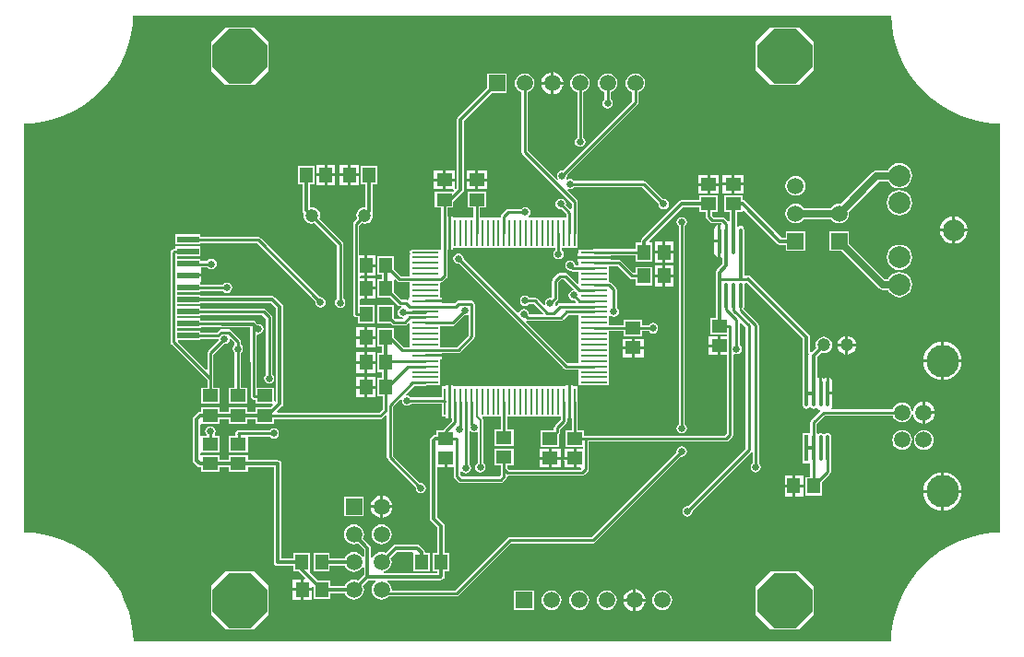
<source format=gtl>
G04 Layer_Physical_Order=1*
G04 Layer_Color=255*
%FSLAX23Y23*%
%MOIN*%
G70*
G01*
G75*
%ADD10R,0.047X0.055*%
%ADD11R,0.055X0.047*%
%ADD12O,0.014X0.098*%
%ADD13R,0.014X0.098*%
%ADD14R,0.008X0.098*%
%ADD15R,0.098X0.008*%
%ADD16O,0.098X0.008*%
%ADD17R,0.079X0.024*%
%ADD18C,0.010*%
%ADD19C,0.014*%
%ADD20C,0.020*%
%ADD21C,0.028*%
%ADD22C,0.008*%
%ADD23C,0.079*%
%ADD24C,0.059*%
%ADD25C,0.118*%
%ADD26P,0.213X8X202.5*%
%ADD27R,0.059X0.059*%
%ADD28R,0.059X0.059*%
%ADD29C,0.047*%
%ADD30C,0.025*%
G36*
X3143Y2244D02*
X3148Y2205D01*
X3158Y2167D01*
X3171Y2129D01*
X3188Y2094D01*
X3209Y2060D01*
X3232Y2028D01*
X3259Y1999D01*
X3288Y1972D01*
X3320Y1949D01*
X3354Y1928D01*
X3389Y1911D01*
X3426Y1898D01*
X3465Y1889D01*
X3504Y1883D01*
X3534Y1881D01*
Y403D01*
X3504Y401D01*
X3465Y395D01*
X3426Y386D01*
X3389Y372D01*
X3353Y356D01*
X3319Y335D01*
X3288Y312D01*
X3258Y285D01*
X3232Y256D01*
X3208Y224D01*
X3188Y190D01*
X3171Y154D01*
X3158Y117D01*
X3148Y79D01*
X3142Y40D01*
X3141Y9D01*
X403Y9D01*
X401Y40D01*
X395Y79D01*
X386Y117D01*
X372Y154D01*
X356Y190D01*
X335Y224D01*
X312Y256D01*
X285Y285D01*
X256Y312D01*
X224Y335D01*
X190Y356D01*
X154Y372D01*
X117Y386D01*
X79Y395D01*
X40Y401D01*
X9Y403D01*
X9Y1881D01*
X39Y1883D01*
X79Y1889D01*
X117Y1898D01*
X154Y1911D01*
X190Y1928D01*
X224Y1949D01*
X255Y1972D01*
X285Y1999D01*
X311Y2028D01*
X335Y2060D01*
X355Y2094D01*
X372Y2129D01*
X385Y2167D01*
X395Y2205D01*
X401Y2244D01*
X402Y2274D01*
X3141D01*
X3143Y2244D01*
D02*
G37*
%LPC*%
G36*
X1238Y967D02*
X1209D01*
Y934D01*
X1238D01*
Y967D01*
D02*
G37*
G36*
X1277D02*
X1248D01*
Y934D01*
X1277D01*
Y967D01*
D02*
G37*
G36*
Y924D02*
X1248D01*
Y892D01*
X1277D01*
Y924D01*
D02*
G37*
G36*
X2916Y964D02*
Y911D01*
X2929D01*
Y948D01*
X2927Y954D01*
X2924Y960D01*
X2918Y964D01*
X2916Y964D01*
D02*
G37*
G36*
X1238Y1013D02*
X1209D01*
Y980D01*
X1238D01*
Y1013D01*
D02*
G37*
G36*
X1277D02*
X1248D01*
Y980D01*
X1277D01*
Y1013D01*
D02*
G37*
G36*
X3322Y1019D02*
X3258D01*
X3259Y1010D01*
X3262Y997D01*
X3269Y985D01*
X3278Y975D01*
X3288Y966D01*
X3300Y960D01*
X3313Y956D01*
X3322Y955D01*
Y1019D01*
D02*
G37*
G36*
X3395D02*
X3332D01*
Y955D01*
X3340Y956D01*
X3353Y960D01*
X3365Y966D01*
X3376Y975D01*
X3384Y985D01*
X3391Y997D01*
X3395Y1010D01*
X3395Y1019D01*
D02*
G37*
G36*
X3259Y774D02*
X3250Y773D01*
X3241Y769D01*
X3234Y764D01*
X3228Y756D01*
X3225Y747D01*
X3223Y738D01*
X3225Y729D01*
X3228Y720D01*
X3234Y713D01*
X3241Y707D01*
X3250Y704D01*
X3259Y702D01*
X3269Y704D01*
X3277Y707D01*
X3285Y713D01*
X3290Y720D01*
X3294Y729D01*
X3295Y738D01*
X3294Y747D01*
X3290Y756D01*
X3285Y764D01*
X3277Y769D01*
X3269Y773D01*
X3259Y774D01*
D02*
G37*
G36*
X2384Y1544D02*
X2377Y1543D01*
X2371Y1539D01*
X2366Y1533D01*
X2365Y1526D01*
X2366Y1518D01*
X2371Y1512D01*
X2373Y1511D01*
Y794D01*
X2371Y793D01*
X2366Y787D01*
X2365Y780D01*
X2366Y772D01*
X2371Y766D01*
X2377Y762D01*
X2384Y761D01*
X2391Y762D01*
X2397Y766D01*
X2401Y772D01*
X2403Y780D01*
X2401Y787D01*
X2397Y793D01*
X2395Y794D01*
Y1511D01*
X2397Y1512D01*
X2401Y1518D01*
X2403Y1526D01*
X2401Y1533D01*
X2397Y1539D01*
X2391Y1543D01*
X2384Y1544D01*
D02*
G37*
G36*
X1993Y705D02*
X1960D01*
Y678D01*
X1959Y676D01*
X1993D01*
Y705D01*
D02*
G37*
G36*
X3181Y774D02*
X3171Y773D01*
X3163Y769D01*
X3155Y764D01*
X3149Y756D01*
X3146Y747D01*
X3145Y738D01*
X3146Y729D01*
X3149Y720D01*
X3155Y713D01*
X3163Y707D01*
X3171Y704D01*
X3181Y702D01*
X3190Y704D01*
X3198Y707D01*
X3206Y713D01*
X3212Y720D01*
X3215Y729D01*
X3216Y738D01*
X3215Y747D01*
X3212Y756D01*
X3206Y764D01*
X3198Y769D01*
X3190Y773D01*
X3181Y774D01*
D02*
G37*
G36*
X3264Y876D02*
Y842D01*
X3298D01*
X3298Y847D01*
X3294Y857D01*
X3287Y865D01*
X3279Y871D01*
X3270Y875D01*
X3264Y876D01*
D02*
G37*
G36*
X1238Y924D02*
X1209D01*
Y892D01*
X1238D01*
Y924D01*
D02*
G37*
G36*
X910Y780D02*
X903Y779D01*
X897Y775D01*
X896Y773D01*
X783D01*
X783Y773D01*
X781Y772D01*
X779Y772D01*
X779Y772D01*
X779Y772D01*
X777Y771D01*
X776Y770D01*
X776Y770D01*
X776Y769D01*
X776Y769D01*
X775Y768D01*
X772Y765D01*
X771Y760D01*
X772Y757D01*
X769Y752D01*
X749D01*
Y693D01*
X816D01*
Y750D01*
X896D01*
X897Y748D01*
X903Y744D01*
X910Y743D01*
X918Y744D01*
X924Y748D01*
X928Y754D01*
X929Y761D01*
X928Y769D01*
X924Y775D01*
X918Y779D01*
X910Y780D01*
D02*
G37*
G36*
X3298Y832D02*
X3264D01*
Y797D01*
X3270Y798D01*
X3279Y802D01*
X3287Y808D01*
X3294Y817D01*
X3298Y826D01*
X3298Y832D01*
D02*
G37*
G36*
X1277Y1104D02*
X1248D01*
Y1072D01*
X1277D01*
Y1104D01*
D02*
G37*
G36*
X2204Y1104D02*
X2171D01*
Y1076D01*
X2204D01*
Y1104D01*
D02*
G37*
G36*
X3014Y1076D02*
X2985D01*
Y1047D01*
X2989Y1048D01*
X2997Y1051D01*
X3004Y1057D01*
X3010Y1064D01*
X3013Y1072D01*
X3014Y1076D01*
D02*
G37*
G36*
X1238Y1104D02*
X1209D01*
Y1072D01*
X1238D01*
Y1104D01*
D02*
G37*
G36*
X2975Y1114D02*
X2972Y1113D01*
X2963Y1110D01*
X2956Y1105D01*
X2951Y1098D01*
X2948Y1089D01*
X2947Y1086D01*
X2975D01*
Y1114D01*
D02*
G37*
G36*
X2985D02*
Y1086D01*
X3014D01*
X3013Y1089D01*
X3010Y1098D01*
X3004Y1105D01*
X2997Y1110D01*
X2989Y1113D01*
X2985Y1114D01*
D02*
G37*
G36*
X2246Y1104D02*
X2214D01*
Y1076D01*
X2246D01*
Y1104D01*
D02*
G37*
G36*
X2515Y1112D02*
X2482D01*
Y1084D01*
X2515D01*
Y1112D01*
D02*
G37*
G36*
X3322Y1093D02*
X3313Y1092D01*
X3300Y1088D01*
X3288Y1081D01*
X3278Y1073D01*
X3269Y1062D01*
X3262Y1050D01*
X3259Y1037D01*
X3258Y1029D01*
X3322D01*
Y1093D01*
D02*
G37*
G36*
X3332D02*
Y1029D01*
X3395D01*
X3395Y1037D01*
X3391Y1050D01*
X3384Y1062D01*
X3376Y1073D01*
X3365Y1081D01*
X3353Y1088D01*
X3340Y1092D01*
X3332Y1093D01*
D02*
G37*
G36*
X1238Y1055D02*
X1209D01*
Y1023D01*
X1238D01*
Y1055D01*
D02*
G37*
G36*
X1277D02*
X1248D01*
Y1023D01*
X1277D01*
Y1055D01*
D02*
G37*
G36*
X2515Y1074D02*
X2482D01*
Y1045D01*
X2515D01*
Y1074D01*
D02*
G37*
G36*
X2975Y1076D02*
X2947D01*
X2948Y1072D01*
X2951Y1064D01*
X2956Y1057D01*
X2963Y1051D01*
X2972Y1048D01*
X2975Y1047D01*
Y1076D01*
D02*
G37*
G36*
X2204Y1066D02*
X2171D01*
Y1037D01*
X2204D01*
Y1066D01*
D02*
G37*
G36*
X2246D02*
X2214D01*
Y1037D01*
X2246D01*
Y1066D01*
D02*
G37*
G36*
X1946Y705D02*
X1913D01*
Y676D01*
X1946D01*
Y705D01*
D02*
G37*
G36*
X1046Y191D02*
X1018D01*
Y158D01*
X1046D01*
Y191D01*
D02*
G37*
G36*
X2209Y198D02*
X2204Y197D01*
X2194Y193D01*
X2186Y187D01*
X2179Y178D01*
X2175Y169D01*
X2175Y163D01*
X2209D01*
Y198D01*
D02*
G37*
G36*
X1850Y194D02*
X1778D01*
Y123D01*
X1850D01*
Y194D01*
D02*
G37*
G36*
X1008Y191D02*
X979D01*
Y158D01*
X1008D01*
Y191D01*
D02*
G37*
G36*
X1300Y432D02*
X1291Y431D01*
X1282Y427D01*
X1274Y421D01*
X1269Y414D01*
X1265Y405D01*
X1264Y396D01*
X1265Y387D01*
X1269Y378D01*
X1274Y371D01*
X1282Y365D01*
X1291Y361D01*
X1300Y360D01*
X1309Y361D01*
X1318Y365D01*
X1325Y371D01*
X1331Y378D01*
X1334Y387D01*
X1336Y396D01*
X1334Y405D01*
X1331Y414D01*
X1325Y421D01*
X1318Y427D01*
X1309Y431D01*
X1300Y432D01*
D02*
G37*
G36*
X1295Y491D02*
X1261D01*
X1261Y486D01*
X1265Y476D01*
X1272Y468D01*
X1280Y462D01*
X1289Y458D01*
X1295Y457D01*
Y491D01*
D02*
G37*
G36*
X2219Y198D02*
Y163D01*
X2253D01*
X2252Y169D01*
X2249Y178D01*
X2242Y187D01*
X2234Y193D01*
X2224Y197D01*
X2219Y198D01*
D02*
G37*
G36*
X1008Y233D02*
X979D01*
Y201D01*
X1008D01*
Y233D01*
D02*
G37*
G36*
X2209Y153D02*
X2175D01*
X2175Y148D01*
X2179Y139D01*
X2186Y130D01*
X2194Y124D01*
X2204Y120D01*
X2209Y119D01*
Y153D01*
D02*
G37*
G36*
X2253D02*
X2219D01*
Y119D01*
X2224Y120D01*
X2234Y124D01*
X2242Y130D01*
X2249Y139D01*
X2252Y148D01*
X2253Y153D01*
D02*
G37*
G36*
X840Y262D02*
X735D01*
X683Y210D01*
Y105D01*
X735Y53D01*
X840D01*
X892Y105D01*
Y210D01*
X840Y262D01*
D02*
G37*
G36*
X2808D02*
X2704D01*
X2651Y210D01*
Y105D01*
X2704Y53D01*
X2808D01*
X2860Y105D01*
Y210D01*
X2808Y262D01*
D02*
G37*
G36*
X2114Y194D02*
X2105Y193D01*
X2096Y189D01*
X2089Y184D01*
X2083Y176D01*
X2079Y168D01*
X2078Y158D01*
X2079Y149D01*
X2083Y141D01*
X2089Y133D01*
X2096Y127D01*
X2105Y124D01*
X2114Y123D01*
X2123Y124D01*
X2132Y127D01*
X2139Y133D01*
X2145Y141D01*
X2149Y149D01*
X2150Y158D01*
X2149Y168D01*
X2145Y176D01*
X2139Y184D01*
X2132Y189D01*
X2123Y193D01*
X2114Y194D01*
D02*
G37*
G36*
X2314D02*
X2305Y193D01*
X2296Y189D01*
X2289Y184D01*
X2283Y176D01*
X2279Y168D01*
X2278Y158D01*
X2279Y149D01*
X2283Y141D01*
X2289Y133D01*
X2296Y127D01*
X2305Y124D01*
X2314Y123D01*
X2323Y124D01*
X2332Y127D01*
X2339Y133D01*
X2345Y141D01*
X2349Y149D01*
X2350Y158D01*
X2349Y168D01*
X2345Y176D01*
X2339Y184D01*
X2332Y189D01*
X2323Y193D01*
X2314Y194D01*
D02*
G37*
G36*
X1914D02*
X1905Y193D01*
X1896Y189D01*
X1889Y184D01*
X1883Y176D01*
X1879Y168D01*
X1878Y158D01*
X1879Y149D01*
X1883Y141D01*
X1889Y133D01*
X1896Y127D01*
X1905Y124D01*
X1914Y123D01*
X1923Y124D01*
X1932Y127D01*
X1939Y133D01*
X1945Y141D01*
X1949Y149D01*
X1950Y158D01*
X1949Y168D01*
X1945Y176D01*
X1939Y184D01*
X1932Y189D01*
X1923Y193D01*
X1914Y194D01*
D02*
G37*
G36*
X2014D02*
X2005Y193D01*
X1996Y189D01*
X1989Y184D01*
X1983Y176D01*
X1979Y168D01*
X1978Y158D01*
X1979Y149D01*
X1983Y141D01*
X1989Y133D01*
X1996Y127D01*
X2005Y124D01*
X2014Y123D01*
X2023Y124D01*
X2032Y127D01*
X2039Y133D01*
X2045Y141D01*
X2049Y149D01*
X2050Y158D01*
X2049Y168D01*
X2045Y176D01*
X2039Y184D01*
X2032Y189D01*
X2023Y193D01*
X2014Y194D01*
D02*
G37*
G36*
X2784Y608D02*
X2756D01*
Y576D01*
X2784D01*
Y608D01*
D02*
G37*
G36*
X2823D02*
X2794D01*
Y576D01*
X2823D01*
Y608D01*
D02*
G37*
G36*
X3322Y620D02*
X3313Y619D01*
X3300Y615D01*
X3288Y609D01*
X3278Y600D01*
X3269Y590D01*
X3262Y578D01*
X3259Y565D01*
X3258Y556D01*
X3322D01*
Y620D01*
D02*
G37*
G36*
X3332D02*
Y556D01*
X3395D01*
X3395Y565D01*
X3391Y578D01*
X3384Y590D01*
X3376Y600D01*
X3365Y609D01*
X3353Y615D01*
X3340Y619D01*
X3332Y620D01*
D02*
G37*
G36*
X1993Y666D02*
X1959D01*
X1960Y664D01*
Y638D01*
X1993D01*
Y666D01*
D02*
G37*
G36*
X1903Y705D02*
X1871D01*
Y676D01*
X1903D01*
Y705D01*
D02*
G37*
G36*
Y666D02*
X1871D01*
Y638D01*
X1903D01*
Y666D01*
D02*
G37*
G36*
X1946D02*
X1913D01*
Y638D01*
X1946D01*
Y666D01*
D02*
G37*
G36*
X3322Y546D02*
X3258D01*
X3259Y538D01*
X3262Y525D01*
X3269Y513D01*
X3278Y502D01*
X3288Y493D01*
X3300Y487D01*
X3313Y483D01*
X3322Y482D01*
Y546D01*
D02*
G37*
G36*
X3395D02*
X3332D01*
Y482D01*
X3340Y483D01*
X3353Y487D01*
X3365Y493D01*
X3376Y502D01*
X3384Y513D01*
X3391Y525D01*
X3395Y538D01*
X3395Y546D01*
D02*
G37*
G36*
X1339Y491D02*
X1305D01*
Y457D01*
X1310Y458D01*
X1320Y462D01*
X1328Y468D01*
X1334Y476D01*
X1338Y486D01*
X1339Y491D01*
D02*
G37*
G36*
X1235Y532D02*
X1164D01*
Y461D01*
X1235D01*
Y532D01*
D02*
G37*
G36*
X2784Y566D02*
X2756D01*
Y533D01*
X2784D01*
Y566D01*
D02*
G37*
G36*
X2823D02*
X2794D01*
Y533D01*
X2823D01*
Y566D01*
D02*
G37*
G36*
X1295Y535D02*
X1289Y535D01*
X1280Y531D01*
X1272Y524D01*
X1265Y516D01*
X1261Y506D01*
X1261Y501D01*
X1295D01*
Y535D01*
D02*
G37*
G36*
X1305D02*
Y501D01*
X1339D01*
X1338Y506D01*
X1334Y516D01*
X1328Y524D01*
X1320Y531D01*
X1310Y535D01*
X1305Y535D01*
D02*
G37*
G36*
X1178Y1691D02*
X1149D01*
Y1658D01*
X1178D01*
Y1691D01*
D02*
G37*
G36*
X1217D02*
X1188D01*
Y1658D01*
X1217D01*
Y1691D01*
D02*
G37*
G36*
X1093D02*
X1065D01*
Y1658D01*
X1093D01*
Y1691D01*
D02*
G37*
G36*
X1132D02*
X1103D01*
Y1658D01*
X1132D01*
Y1691D01*
D02*
G37*
G36*
X2565Y1697D02*
X2532D01*
Y1668D01*
X2565D01*
Y1697D01*
D02*
G37*
G36*
X2607D02*
X2575D01*
Y1668D01*
X2607D01*
Y1697D01*
D02*
G37*
G36*
X2476Y1696D02*
X2444D01*
Y1667D01*
X2476D01*
Y1696D01*
D02*
G37*
G36*
X2519D02*
X2486D01*
Y1667D01*
X2519D01*
Y1696D01*
D02*
G37*
G36*
X3170Y1740D02*
X3158Y1738D01*
X3147Y1734D01*
X3138Y1726D01*
X3131Y1717D01*
X3129Y1713D01*
X3089D01*
X3081Y1712D01*
X3075Y1707D01*
X2959Y1592D01*
X2953Y1593D01*
X2943Y1591D01*
X2935Y1588D01*
X2927Y1582D01*
X2923Y1577D01*
X2825D01*
X2821Y1582D01*
X2813Y1588D01*
X2805Y1591D01*
X2795Y1593D01*
X2786Y1591D01*
X2777Y1588D01*
X2770Y1582D01*
X2764Y1575D01*
X2761Y1566D01*
X2759Y1557D01*
X2761Y1547D01*
X2764Y1539D01*
X2770Y1531D01*
X2777Y1526D01*
X2786Y1522D01*
X2795Y1521D01*
X2805Y1522D01*
X2813Y1526D01*
X2821Y1531D01*
X2825Y1537D01*
X2923D01*
X2927Y1531D01*
X2935Y1526D01*
X2943Y1522D01*
X2953Y1521D01*
X2962Y1522D01*
X2971Y1526D01*
X2978Y1531D01*
X2984Y1539D01*
X2987Y1547D01*
X2989Y1557D01*
X2988Y1563D01*
X3097Y1673D01*
X3130D01*
X3131Y1671D01*
X3138Y1662D01*
X3147Y1654D01*
X3158Y1650D01*
X3170Y1648D01*
X3182Y1650D01*
X3193Y1654D01*
X3203Y1662D01*
X3210Y1671D01*
X3214Y1682D01*
X3216Y1694D01*
X3214Y1706D01*
X3210Y1717D01*
X3203Y1726D01*
X3193Y1734D01*
X3182Y1738D01*
X3170Y1740D01*
D02*
G37*
G36*
X2565Y1658D02*
X2532D01*
Y1630D01*
X2565D01*
Y1658D01*
D02*
G37*
G36*
X2607D02*
X2575D01*
Y1630D01*
X2607D01*
Y1658D01*
D02*
G37*
G36*
X2476Y1657D02*
X2444D01*
Y1629D01*
X2476D01*
Y1657D01*
D02*
G37*
G36*
X2519D02*
X2486D01*
Y1629D01*
X2519D01*
Y1657D01*
D02*
G37*
G36*
X1681Y1673D02*
X1649D01*
Y1645D01*
X1681D01*
Y1673D01*
D02*
G37*
G36*
X1752Y2064D02*
X1681D01*
Y2012D01*
X1575Y1906D01*
X1573Y1902D01*
X1572Y1897D01*
Y1649D01*
X1568Y1646D01*
X1563Y1648D01*
Y1673D01*
X1531D01*
Y1645D01*
X1558D01*
X1560Y1641D01*
X1560Y1640D01*
X1558Y1637D01*
X1492D01*
Y1578D01*
X1514D01*
Y1486D01*
Y1426D01*
X1509Y1424D01*
X1509Y1424D01*
X1506Y1427D01*
X1502Y1427D01*
X1411D01*
X1408Y1427D01*
X1404Y1424D01*
X1402Y1421D01*
X1401Y1417D01*
X1402Y1413D01*
X1403Y1413D01*
X1401Y1408D01*
X1401Y1408D01*
Y1368D01*
Y1330D01*
X1369D01*
X1344Y1355D01*
Y1403D01*
X1284D01*
Y1336D01*
X1301D01*
Y1320D01*
X1284D01*
Y1253D01*
X1332D01*
X1358Y1226D01*
X1358Y1226D01*
X1362Y1224D01*
X1366Y1223D01*
X1366Y1223D01*
X1372D01*
X1373Y1218D01*
X1369Y1217D01*
X1363Y1213D01*
X1359Y1207D01*
X1357Y1200D01*
X1359Y1193D01*
X1363Y1186D01*
X1369Y1182D01*
X1374Y1181D01*
X1377Y1177D01*
X1377Y1176D01*
X1376Y1175D01*
X1348D01*
X1344Y1179D01*
Y1226D01*
X1284D01*
Y1159D01*
X1332D01*
X1336Y1155D01*
X1339Y1153D01*
X1344Y1152D01*
X1344Y1152D01*
X1383D01*
X1383Y1152D01*
X1387Y1153D01*
X1391Y1155D01*
X1397Y1162D01*
X1401Y1160D01*
Y1112D01*
Y1074D01*
X1379D01*
X1344Y1109D01*
Y1143D01*
X1284D01*
Y1076D01*
X1301D01*
Y1051D01*
X1284D01*
Y984D01*
X1301D01*
Y963D01*
X1284D01*
Y896D01*
X1303D01*
Y849D01*
X1290Y836D01*
X923D01*
X921Y841D01*
X940Y860D01*
X943Y864D01*
X944Y869D01*
Y1219D01*
X943Y1225D01*
X940Y1229D01*
X915Y1254D01*
X910Y1257D01*
X905Y1258D01*
X645D01*
Y1264D01*
X561D01*
Y1272D01*
X645D01*
Y1277D01*
X727D01*
X728Y1274D01*
X735Y1270D01*
X742Y1269D01*
X749Y1270D01*
X755Y1274D01*
X759Y1281D01*
X761Y1288D01*
X759Y1295D01*
X755Y1301D01*
X749Y1305D01*
X742Y1307D01*
X735Y1305D01*
X728Y1301D01*
X727Y1299D01*
X649D01*
X645Y1303D01*
Y1308D01*
X649Y1311D01*
X649D01*
Y1328D01*
X600D01*
Y1338D01*
X649D01*
Y1355D01*
X649D01*
X646Y1359D01*
X646Y1363D01*
X671D01*
X672Y1361D01*
X678Y1357D01*
X685Y1356D01*
X693Y1357D01*
X699Y1361D01*
X703Y1367D01*
X704Y1374D01*
X703Y1382D01*
X699Y1388D01*
X693Y1392D01*
X685Y1393D01*
X678Y1392D01*
X672Y1388D01*
X671Y1386D01*
X645D01*
Y1394D01*
X561D01*
Y1402D01*
X645D01*
Y1438D01*
X555D01*
Y1432D01*
X550Y1429D01*
X546Y1428D01*
X543Y1426D01*
X543Y1426D01*
X542Y1425D01*
X539Y1421D01*
X538Y1417D01*
X538Y1417D01*
Y1091D01*
X538Y1091D01*
X539Y1087D01*
X542Y1084D01*
X670Y955D01*
Y927D01*
X648D01*
Y868D01*
X715D01*
Y927D01*
X692D01*
Y960D01*
X692Y960D01*
X692Y960D01*
Y1047D01*
X730Y1085D01*
X732Y1085D01*
X740Y1086D01*
X746Y1090D01*
X750Y1096D01*
X751Y1101D01*
X756Y1102D01*
X769Y1089D01*
Y1082D01*
X767Y1081D01*
X763Y1075D01*
X762Y1067D01*
X763Y1060D01*
X767Y1054D01*
X769Y1053D01*
Y927D01*
X747D01*
Y868D01*
X814D01*
Y927D01*
X792D01*
Y1053D01*
X794Y1054D01*
X798Y1060D01*
X799Y1067D01*
X798Y1075D01*
X794Y1081D01*
X792Y1082D01*
Y1094D01*
X792Y1094D01*
X791Y1098D01*
X788Y1102D01*
X755Y1135D01*
X751Y1138D01*
X747Y1139D01*
X747Y1139D01*
X722D01*
X722Y1139D01*
X718Y1138D01*
X714Y1135D01*
X714Y1135D01*
X705Y1126D01*
X645D01*
Y1134D01*
X561D01*
Y1142D01*
X645D01*
Y1143D01*
X649Y1146D01*
X825Y1145D01*
X826Y896D01*
X827Y894D01*
X827Y891D01*
X827Y891D01*
X827Y891D01*
X828Y890D01*
X830Y888D01*
X830Y888D01*
X830Y888D01*
X831Y887D01*
X833Y885D01*
X833Y885D01*
X833Y885D01*
X835Y885D01*
X837Y884D01*
X843D01*
Y868D01*
X904D01*
X906Y863D01*
X899Y856D01*
X843D01*
Y840D01*
X814D01*
Y856D01*
X747D01*
Y840D01*
X715D01*
Y856D01*
X648D01*
Y840D01*
X643D01*
X638Y839D01*
X634Y836D01*
X622Y823D01*
X619Y819D01*
X618Y814D01*
Y664D01*
X619Y659D01*
X622Y655D01*
X634Y642D01*
X638Y639D01*
X643Y638D01*
X648D01*
Y622D01*
X715D01*
Y638D01*
X749D01*
Y622D01*
X816D01*
Y638D01*
X910D01*
Y295D01*
X911Y290D01*
X914Y286D01*
X918Y283D01*
X923Y282D01*
X982D01*
Y263D01*
X1000D01*
X1003Y259D01*
X1024Y238D01*
X1022Y233D01*
X1018D01*
Y201D01*
X1046D01*
Y208D01*
X1051Y210D01*
X1054Y207D01*
Y162D01*
X1113D01*
Y183D01*
X1167D01*
X1169Y178D01*
X1174Y171D01*
X1182Y165D01*
X1191Y161D01*
X1200Y160D01*
X1209Y161D01*
X1218Y165D01*
X1225Y171D01*
X1231Y178D01*
X1234Y187D01*
X1236Y196D01*
X1234Y205D01*
X1232Y210D01*
X1252Y230D01*
X1277D01*
X1279Y225D01*
X1274Y221D01*
X1269Y214D01*
X1265Y205D01*
X1264Y196D01*
X1265Y187D01*
X1269Y178D01*
X1274Y171D01*
X1282Y165D01*
X1291Y161D01*
X1300Y160D01*
X1309Y161D01*
X1318Y165D01*
X1325Y171D01*
X1326Y172D01*
X1571D01*
X1571Y172D01*
X1575Y173D01*
X1579Y175D01*
X1767Y364D01*
X2063D01*
X2063Y364D01*
X2067Y365D01*
X2071Y367D01*
X2381Y678D01*
X2384Y677D01*
X2391Y678D01*
X2397Y683D01*
X2401Y689D01*
X2403Y696D01*
X2401Y703D01*
X2397Y709D01*
X2391Y713D01*
X2384Y715D01*
X2377Y713D01*
X2371Y709D01*
X2366Y703D01*
X2365Y696D01*
X2365Y693D01*
X2058Y386D01*
X1763D01*
X1759Y385D01*
X1755Y383D01*
X1755Y383D01*
X1566Y194D01*
X1337D01*
X1336Y196D01*
X1334Y205D01*
X1331Y214D01*
X1325Y221D01*
X1320Y225D01*
X1322Y230D01*
X1512D01*
X1517Y231D01*
X1521Y234D01*
X1522Y235D01*
X1523Y236D01*
X1526Y240D01*
X1527Y245D01*
Y262D01*
X1543D01*
Y329D01*
X1527D01*
Y426D01*
X1526Y431D01*
X1523Y436D01*
X1500Y458D01*
Y640D01*
X1527D01*
Y673D01*
X1537D01*
Y640D01*
X1560D01*
Y606D01*
X1560Y606D01*
X1561Y602D01*
X1564Y599D01*
X1576Y586D01*
X1576Y586D01*
X1580Y584D01*
X1584Y583D01*
X1584Y583D01*
X1730D01*
X1730Y583D01*
X1734Y584D01*
X1738Y586D01*
X1750Y599D01*
X1750Y599D01*
X1752Y602D01*
X1753Y603D01*
X1754Y607D01*
X1758Y608D01*
X2025D01*
X2025Y608D01*
X2029Y609D01*
X2033Y611D01*
X2045Y624D01*
X2045Y624D01*
X2048Y627D01*
X2049Y631D01*
X2049Y631D01*
Y731D01*
X2544D01*
X2544Y731D01*
X2548Y732D01*
X2552Y734D01*
X2566Y749D01*
X2566Y749D01*
X2569Y752D01*
X2570Y756D01*
Y1047D01*
X2574Y1050D01*
X2575Y1049D01*
X2582Y1048D01*
X2590Y1049D01*
X2596Y1053D01*
X2600Y1059D01*
X2601Y1066D01*
X2600Y1074D01*
X2596Y1080D01*
X2594Y1081D01*
Y1160D01*
X2598Y1162D01*
X2615Y1146D01*
Y705D01*
X2407Y498D01*
X2405Y498D01*
X2397Y497D01*
X2391Y493D01*
X2387Y487D01*
X2386Y479D01*
X2387Y472D01*
X2391Y466D01*
X2397Y462D01*
X2405Y460D01*
X2412Y462D01*
X2418Y466D01*
X2422Y472D01*
X2423Y479D01*
X2423Y482D01*
X2634Y693D01*
X2635Y695D01*
X2640Y694D01*
Y654D01*
X2638Y652D01*
X2634Y646D01*
X2633Y639D01*
X2634Y632D01*
X2638Y625D01*
X2644Y621D01*
X2652Y620D01*
X2659Y621D01*
X2665Y625D01*
X2669Y632D01*
X2670Y639D01*
X2669Y646D01*
X2665Y652D01*
X2663Y654D01*
Y1151D01*
X2663Y1151D01*
X2662Y1155D01*
X2660Y1158D01*
X2660Y1158D01*
X2607Y1211D01*
X2609Y1212D01*
X2610Y1218D01*
Y1302D01*
X2610Y1302D01*
X2614Y1307D01*
X2619D01*
X2822Y1105D01*
Y1050D01*
Y948D01*
Y906D01*
Y863D01*
X2823Y858D01*
X2825Y854D01*
X2830Y851D01*
X2835Y850D01*
X2840Y851D01*
X2844Y854D01*
X2844Y855D01*
X2850D01*
X2851Y854D01*
X2855Y851D01*
X2860Y850D01*
X2865Y851D01*
X2867Y852D01*
X2873Y851D01*
X2874Y851D01*
X2879Y847D01*
X2883Y847D01*
X2885Y841D01*
X2852Y809D01*
X2850Y805D01*
X2849Y801D01*
X2849Y801D01*
Y768D01*
X2848Y764D01*
X2822D01*
Y710D01*
X2822Y709D01*
X2822Y707D01*
Y653D01*
X2848D01*
X2849Y649D01*
Y604D01*
X2831D01*
Y537D01*
X2890D01*
Y585D01*
X2919Y614D01*
X2919Y614D01*
X2922Y618D01*
X2923Y622D01*
X2923Y622D01*
Y660D01*
X2924Y661D01*
X2925Y666D01*
Y751D01*
X2924Y756D01*
X2921Y760D01*
X2916Y763D01*
X2911Y764D01*
X2906Y763D01*
X2902Y760D01*
X2902Y760D01*
X2896D01*
X2895Y760D01*
X2891Y763D01*
X2886Y764D01*
X2881Y763D01*
X2877Y760D01*
X2876Y760D01*
X2871Y762D01*
Y796D01*
X2901Y825D01*
X3147D01*
X3149Y819D01*
X3155Y811D01*
X3163Y806D01*
X3171Y802D01*
X3181Y801D01*
X3190Y802D01*
X3198Y806D01*
X3206Y811D01*
X3212Y819D01*
X3215Y827D01*
X3215Y829D01*
X3220D01*
X3221Y826D01*
X3225Y817D01*
X3231Y808D01*
X3239Y802D01*
X3249Y798D01*
X3254Y797D01*
Y837D01*
Y876D01*
X3249Y875D01*
X3239Y871D01*
X3231Y865D01*
X3225Y857D01*
X3221Y847D01*
X3220Y844D01*
X3215D01*
X3215Y846D01*
X3212Y855D01*
X3206Y862D01*
X3198Y868D01*
X3190Y871D01*
X3181Y872D01*
X3171Y871D01*
X3163Y868D01*
X3155Y862D01*
X3149Y855D01*
X3147Y848D01*
X2927D01*
X2925Y853D01*
X2927Y857D01*
X2929Y863D01*
Y901D01*
X2911D01*
Y906D01*
X2906D01*
Y964D01*
X2905Y964D01*
X2899Y960D01*
X2898D01*
X2892Y964D01*
X2891Y964D01*
Y906D01*
X2881D01*
Y964D01*
X2879Y964D01*
X2878Y963D01*
X2873Y966D01*
Y1038D01*
X2888Y1053D01*
X2890Y1052D01*
X2898Y1051D01*
X2905Y1052D01*
X2913Y1055D01*
X2919Y1060D01*
X2924Y1066D01*
X2926Y1073D01*
X2928Y1081D01*
X2926Y1088D01*
X2924Y1096D01*
X2919Y1102D01*
X2913Y1107D01*
X2905Y1110D01*
X2898Y1111D01*
X2890Y1110D01*
X2883Y1107D01*
X2877Y1102D01*
X2872Y1096D01*
X2869Y1088D01*
X2868Y1081D01*
X2869Y1073D01*
X2870Y1071D01*
X2853Y1055D01*
X2852Y1055D01*
X2848Y1057D01*
Y1110D01*
X2847Y1115D01*
X2844Y1120D01*
X2634Y1330D01*
X2630Y1333D01*
X2624Y1334D01*
X2610D01*
Y1457D01*
Y1499D01*
X2609Y1504D01*
X2606Y1508D01*
X2601Y1511D01*
X2596Y1512D01*
X2591Y1511D01*
X2589Y1510D01*
X2584Y1512D01*
Y1563D01*
X2603D01*
Y1567D01*
X2608Y1569D01*
X2730Y1447D01*
X2734Y1445D01*
X2739Y1444D01*
X2760D01*
Y1421D01*
X2831D01*
Y1492D01*
X2760D01*
Y1470D01*
X2745D01*
X2613Y1602D01*
X2608Y1605D01*
X2603Y1606D01*
Y1622D01*
X2536D01*
Y1563D01*
X2558D01*
Y1529D01*
X2555Y1528D01*
X2553Y1527D01*
X2540Y1540D01*
X2536Y1543D01*
X2532Y1544D01*
X2532Y1544D01*
X2499D01*
X2493Y1550D01*
Y1562D01*
X2515D01*
Y1621D01*
X2448D01*
Y1605D01*
X2384D01*
X2379Y1604D01*
X2375Y1601D01*
X2240Y1466D01*
X2237Y1462D01*
X2236Y1456D01*
Y1451D01*
X2219D01*
Y1429D01*
X2067D01*
X2063Y1428D01*
X2062Y1427D01*
X2012D01*
Y1412D01*
X2008D01*
Y1403D01*
X2126D01*
Y1406D01*
X2219D01*
Y1384D01*
X2279D01*
Y1451D01*
X2269D01*
X2267Y1456D01*
X2389Y1578D01*
X2448D01*
Y1562D01*
X2470D01*
Y1545D01*
X2470Y1545D01*
X2471Y1541D01*
X2473Y1537D01*
X2486Y1525D01*
X2486Y1525D01*
X2490Y1522D01*
X2494Y1521D01*
X2494Y1521D01*
X2526D01*
X2527Y1520D01*
X2525Y1517D01*
Y1457D01*
Y1398D01*
X2526Y1398D01*
X2527Y1399D01*
X2532Y1396D01*
Y1375D01*
X2510Y1353D01*
X2508Y1349D01*
X2507Y1344D01*
Y1319D01*
Y1260D01*
Y1179D01*
X2486D01*
Y1120D01*
X2547D01*
Y1112D01*
X2525D01*
Y1079D01*
Y1045D01*
X2547D01*
Y761D01*
X2539Y753D01*
X2032D01*
Y772D01*
X2009D01*
Y876D01*
X2008Y880D01*
X2008Y881D01*
Y931D01*
X1992D01*
Y935D01*
X1983D01*
Y876D01*
Y817D01*
X1987D01*
Y772D01*
X1964D01*
Y713D01*
X2026D01*
Y705D01*
X2003D01*
Y671D01*
Y638D01*
X2018D01*
X2021Y633D01*
X2019Y630D01*
X1759D01*
X1753Y636D01*
Y646D01*
X1776D01*
Y705D01*
X1709D01*
Y646D01*
X1731D01*
Y631D01*
X1731Y631D01*
X1731Y631D01*
Y611D01*
X1725Y605D01*
X1589D01*
X1583Y611D01*
Y626D01*
X1588Y627D01*
X1591Y622D01*
X1597Y618D01*
X1604Y617D01*
X1612Y618D01*
X1618Y622D01*
X1622Y629D01*
X1623Y636D01*
X1622Y643D01*
X1618Y649D01*
X1616Y651D01*
Y768D01*
X1617Y770D01*
X1621Y771D01*
X1626Y767D01*
X1633Y766D01*
X1640Y767D01*
X1641Y768D01*
X1646Y765D01*
Y654D01*
X1643Y652D01*
X1639Y646D01*
X1638Y639D01*
X1639Y631D01*
X1643Y625D01*
X1649Y621D01*
X1656Y620D01*
X1664Y621D01*
X1670Y625D01*
X1674Y631D01*
X1675Y639D01*
X1674Y646D01*
X1670Y652D01*
X1667Y654D01*
Y808D01*
X1666Y812D01*
X1664Y815D01*
X1663Y816D01*
X1665Y821D01*
X1731D01*
Y776D01*
X1709D01*
Y716D01*
X1776D01*
Y776D01*
X1753D01*
Y821D01*
X1947D01*
Y811D01*
X1926Y789D01*
X1923Y786D01*
X1922Y782D01*
X1922Y782D01*
Y772D01*
X1922Y772D01*
X1875D01*
Y713D01*
X1942D01*
Y760D01*
X1944Y763D01*
X1945Y767D01*
X1945Y767D01*
Y777D01*
X1967Y799D01*
X1967Y799D01*
X1969Y802D01*
X1970Y806D01*
X1970Y806D01*
Y817D01*
X1973D01*
Y876D01*
Y935D01*
X1964D01*
Y931D01*
X1559D01*
Y935D01*
X1550D01*
Y876D01*
Y817D01*
X1553D01*
Y806D01*
X1525Y777D01*
X1522Y774D01*
X1499D01*
Y757D01*
X1494D01*
X1489Y756D01*
X1485Y753D01*
X1478Y746D01*
X1475Y742D01*
X1474Y737D01*
Y453D01*
X1475Y448D01*
X1478Y443D01*
X1501Y421D01*
Y329D01*
X1484D01*
Y262D01*
X1501D01*
Y256D01*
X1308D01*
X1308Y261D01*
X1309Y261D01*
X1318Y265D01*
X1325Y271D01*
X1331Y278D01*
X1334Y287D01*
X1336Y296D01*
X1334Y305D01*
X1332Y310D01*
X1355Y333D01*
X1411D01*
X1413Y329D01*
Y262D01*
X1473D01*
Y329D01*
X1456D01*
Y331D01*
X1455Y337D01*
X1452Y341D01*
X1438Y355D01*
X1434Y358D01*
X1429Y359D01*
X1350D01*
X1345Y358D01*
X1340Y355D01*
X1314Y329D01*
X1309Y331D01*
X1300Y332D01*
X1291Y331D01*
X1282Y327D01*
X1274Y321D01*
X1269Y314D01*
X1267Y310D01*
X1262Y311D01*
Y347D01*
X1261Y352D01*
X1258Y356D01*
X1232Y382D01*
X1234Y387D01*
X1236Y396D01*
X1234Y405D01*
X1231Y414D01*
X1225Y421D01*
X1218Y427D01*
X1209Y431D01*
X1200Y432D01*
X1191Y431D01*
X1182Y427D01*
X1174Y421D01*
X1169Y414D01*
X1165Y405D01*
X1164Y396D01*
X1165Y387D01*
X1169Y378D01*
X1174Y371D01*
X1182Y365D01*
X1191Y361D01*
X1200Y360D01*
X1209Y361D01*
X1214Y363D01*
X1236Y341D01*
Y315D01*
X1231Y314D01*
X1231Y314D01*
X1225Y321D01*
X1218Y327D01*
X1209Y331D01*
X1200Y332D01*
X1191Y331D01*
X1182Y327D01*
X1174Y321D01*
X1169Y314D01*
X1167Y309D01*
X1112D01*
Y330D01*
X1053D01*
Y263D01*
X1112D01*
Y283D01*
X1167D01*
X1169Y278D01*
X1174Y271D01*
X1182Y265D01*
X1191Y261D01*
X1200Y260D01*
X1209Y261D01*
X1218Y265D01*
X1225Y271D01*
X1231Y278D01*
X1231Y278D01*
X1236Y277D01*
Y251D01*
X1214Y229D01*
X1209Y231D01*
X1200Y232D01*
X1191Y231D01*
X1182Y227D01*
X1174Y221D01*
X1169Y214D01*
X1167Y209D01*
X1113D01*
Y229D01*
X1070D01*
X1041Y258D01*
X1041Y263D01*
X1041D01*
X1041Y263D01*
Y330D01*
X982D01*
Y308D01*
X937D01*
Y652D01*
X936Y657D01*
X933Y661D01*
X929Y664D01*
X923Y665D01*
X816D01*
Y681D01*
X749D01*
Y665D01*
X715D01*
Y681D01*
X648D01*
X644Y685D01*
Y689D01*
X648Y693D01*
X649Y693D01*
X715D01*
Y752D01*
X698D01*
X696Y757D01*
X699Y761D01*
X700Y768D01*
X699Y776D01*
X694Y782D01*
X688Y786D01*
X681Y787D01*
X674Y786D01*
X668Y782D01*
X664Y776D01*
X662Y768D01*
X664Y761D01*
X666Y757D01*
X664Y752D01*
X649D01*
X648Y752D01*
X644Y756D01*
Y794D01*
X648Y797D01*
X715D01*
Y814D01*
X747D01*
Y797D01*
X814D01*
Y814D01*
X843D01*
Y797D01*
X911D01*
Y814D01*
X1295D01*
X1295Y814D01*
X1299Y814D01*
X1303Y817D01*
X1315Y829D01*
X1319Y827D01*
Y675D01*
X1319Y675D01*
X1320Y671D01*
X1323Y667D01*
X1424Y566D01*
X1423Y564D01*
X1425Y557D01*
X1429Y551D01*
X1435Y547D01*
X1442Y545D01*
X1449Y547D01*
X1455Y551D01*
X1459Y557D01*
X1461Y564D01*
X1459Y571D01*
X1455Y577D01*
X1449Y581D01*
X1442Y583D01*
X1439Y582D01*
X1342Y680D01*
Y859D01*
X1369Y886D01*
X1373Y884D01*
X1373Y880D01*
X1374Y873D01*
X1378Y867D01*
X1384Y863D01*
X1391Y862D01*
X1399Y863D01*
X1405Y867D01*
X1406Y869D01*
X1516D01*
Y821D01*
X1531D01*
Y817D01*
X1540D01*
Y876D01*
Y935D01*
X1531D01*
Y931D01*
X1516D01*
Y892D01*
X1406D01*
X1405Y894D01*
X1399Y898D01*
X1391Y899D01*
X1388Y899D01*
X1386Y903D01*
X1416Y934D01*
X1457D01*
X1461Y935D01*
X1462Y935D01*
X1512D01*
Y955D01*
Y994D01*
Y1029D01*
X1516D01*
Y1038D01*
X1457D01*
Y1048D01*
X1516D01*
Y1052D01*
X1576D01*
X1576Y1052D01*
X1580Y1053D01*
X1584Y1055D01*
X1633Y1104D01*
X1633Y1104D01*
X1635Y1108D01*
X1636Y1112D01*
Y1229D01*
X1635Y1233D01*
X1633Y1237D01*
X1633Y1237D01*
X1631Y1238D01*
X1628Y1241D01*
X1623Y1242D01*
X1623Y1242D01*
X1578D01*
X1578Y1242D01*
X1574Y1241D01*
X1570Y1238D01*
X1570Y1238D01*
X1563Y1232D01*
X1516D01*
Y1235D01*
X1457D01*
Y1245D01*
X1516D01*
Y1254D01*
X1512D01*
Y1303D01*
X1513Y1308D01*
X1517Y1309D01*
X1521Y1311D01*
X1534Y1324D01*
X1534Y1324D01*
X1536Y1327D01*
X1537Y1331D01*
X1537Y1331D01*
Y1427D01*
X1540D01*
Y1486D01*
Y1545D01*
X1537D01*
Y1578D01*
X1559D01*
Y1600D01*
X1594Y1634D01*
X1597Y1639D01*
X1598Y1644D01*
Y1891D01*
X1700Y1993D01*
X1752D01*
Y2064D01*
D02*
G37*
G36*
X1521Y1673D02*
X1488D01*
Y1645D01*
X1521D01*
Y1673D01*
D02*
G37*
G36*
X1639D02*
X1606D01*
Y1645D01*
X1639D01*
Y1673D01*
D02*
G37*
G36*
X1912Y2024D02*
X1877D01*
X1878Y2018D01*
X1882Y2009D01*
X1888Y2000D01*
X1897Y1994D01*
X1906Y1990D01*
X1912Y1989D01*
Y2024D01*
D02*
G37*
G36*
X1956D02*
X1922D01*
Y1989D01*
X1927Y1990D01*
X1936Y1994D01*
X1945Y2000D01*
X1951Y2009D01*
X1955Y2018D01*
X1956Y2024D01*
D02*
G37*
G36*
X2017Y2064D02*
X2007Y2063D01*
X1999Y2060D01*
X1991Y2054D01*
X1986Y2046D01*
X1982Y2038D01*
X1981Y2029D01*
X1982Y2019D01*
X1986Y2011D01*
X1991Y2003D01*
X1999Y1998D01*
X2006Y1995D01*
Y1832D01*
X2003Y1830D01*
X1999Y1824D01*
X1998Y1817D01*
X1999Y1810D01*
X2003Y1804D01*
X2010Y1800D01*
X2017Y1798D01*
X2024Y1800D01*
X2030Y1804D01*
X2034Y1810D01*
X2036Y1817D01*
X2034Y1824D01*
X2030Y1830D01*
X2028Y1832D01*
Y1995D01*
X2034Y1998D01*
X2042Y2003D01*
X2048Y2011D01*
X2051Y2019D01*
X2052Y2029D01*
X2051Y2038D01*
X2048Y2046D01*
X2042Y2054D01*
X2034Y2060D01*
X2026Y2063D01*
X2017Y2064D01*
D02*
G37*
G36*
X2117D02*
X2107Y2063D01*
X2099Y2060D01*
X2091Y2054D01*
X2086Y2046D01*
X2082Y2038D01*
X2081Y2029D01*
X2082Y2019D01*
X2086Y2011D01*
X2091Y2003D01*
X2099Y1998D01*
X2105Y1995D01*
Y1971D01*
X2103Y1969D01*
X2099Y1963D01*
X2098Y1956D01*
X2099Y1949D01*
X2103Y1943D01*
X2109Y1939D01*
X2117Y1937D01*
X2124Y1939D01*
X2130Y1943D01*
X2134Y1949D01*
X2135Y1956D01*
X2134Y1963D01*
X2130Y1969D01*
X2128Y1971D01*
Y1995D01*
X2134Y1998D01*
X2142Y2003D01*
X2148Y2011D01*
X2151Y2019D01*
X2152Y2029D01*
X2151Y2038D01*
X2148Y2046D01*
X2142Y2054D01*
X2134Y2060D01*
X2126Y2063D01*
X2117Y2064D01*
D02*
G37*
G36*
X1912Y2068D02*
X1906Y2067D01*
X1897Y2063D01*
X1888Y2057D01*
X1882Y2048D01*
X1878Y2039D01*
X1877Y2034D01*
X1912D01*
Y2068D01*
D02*
G37*
G36*
X1922D02*
Y2034D01*
X1956D01*
X1955Y2039D01*
X1951Y2048D01*
X1945Y2057D01*
X1936Y2063D01*
X1927Y2067D01*
X1922Y2068D01*
D02*
G37*
G36*
X840Y2230D02*
X735D01*
X683Y2178D01*
Y2074D01*
X735Y2022D01*
X840D01*
X892Y2074D01*
Y2178D01*
X840Y2230D01*
D02*
G37*
G36*
X2808D02*
X2704D01*
X2651Y2178D01*
Y2074D01*
X2704Y2022D01*
X2808D01*
X2860Y2074D01*
Y2178D01*
X2808Y2230D01*
D02*
G37*
G36*
X2217Y2064D02*
X2207Y2063D01*
X2199Y2060D01*
X2191Y2054D01*
X2186Y2046D01*
X2182Y2038D01*
X2181Y2029D01*
X2182Y2019D01*
X2186Y2011D01*
X2191Y2003D01*
X2199Y1998D01*
X2205Y1995D01*
Y1963D01*
X1954Y1712D01*
X1952Y1713D01*
X1945Y1711D01*
X1938Y1707D01*
X1934Y1701D01*
X1933Y1694D01*
X1934Y1687D01*
X1937Y1683D01*
X1936Y1683D01*
X1933Y1679D01*
X1933Y1679D01*
X1828Y1785D01*
Y1995D01*
X1834Y1998D01*
X1842Y2003D01*
X1848Y2011D01*
X1851Y2019D01*
X1852Y2029D01*
X1851Y2038D01*
X1848Y2046D01*
X1842Y2054D01*
X1834Y2060D01*
X1826Y2063D01*
X1817Y2064D01*
X1807Y2063D01*
X1799Y2060D01*
X1791Y2054D01*
X1786Y2046D01*
X1782Y2038D01*
X1781Y2029D01*
X1782Y2019D01*
X1786Y2011D01*
X1791Y2003D01*
X1799Y1998D01*
X1805Y1995D01*
Y1780D01*
X1805Y1780D01*
X1806Y1776D01*
X1809Y1772D01*
X1809Y1772D01*
X1987Y1594D01*
Y1575D01*
X1982Y1572D01*
X1965Y1589D01*
X1966Y1592D01*
X1964Y1599D01*
X1960Y1605D01*
X1954Y1609D01*
X1947Y1610D01*
X1940Y1609D01*
X1934Y1605D01*
X1929Y1599D01*
X1928Y1592D01*
X1929Y1584D01*
X1934Y1578D01*
X1940Y1574D01*
X1947Y1573D01*
X1949Y1573D01*
X1967Y1555D01*
Y1541D01*
X1832D01*
X1830Y1546D01*
X1832Y1548D01*
X1836Y1554D01*
X1838Y1561D01*
X1836Y1568D01*
X1832Y1574D01*
X1826Y1578D01*
X1819Y1580D01*
X1812Y1578D01*
X1806Y1574D01*
X1804Y1572D01*
X1756D01*
X1752Y1571D01*
X1749Y1569D01*
X1749Y1569D01*
X1734Y1555D01*
X1732Y1551D01*
X1731Y1547D01*
X1731Y1547D01*
Y1541D01*
X1655D01*
Y1578D01*
X1677D01*
Y1637D01*
X1610D01*
Y1578D01*
X1632D01*
Y1541D01*
X1559D01*
Y1545D01*
X1550D01*
Y1486D01*
Y1427D01*
X1559D01*
Y1431D01*
X1928D01*
Y1425D01*
X1926Y1424D01*
X1922Y1418D01*
X1920Y1410D01*
X1922Y1403D01*
X1926Y1397D01*
X1932Y1393D01*
X1939Y1392D01*
X1946Y1393D01*
X1952Y1397D01*
X1956Y1403D01*
X1958Y1410D01*
X1956Y1418D01*
X1952Y1424D01*
X1950Y1425D01*
Y1431D01*
X2008D01*
Y1481D01*
X2008Y1482D01*
X2009Y1486D01*
Y1598D01*
X2009Y1598D01*
X2008Y1603D01*
X2006Y1606D01*
X2006Y1606D01*
X1972Y1640D01*
X1973Y1646D01*
X1974Y1646D01*
X1980Y1645D01*
X1988Y1646D01*
X1994Y1650D01*
X1995Y1652D01*
X2241D01*
X2301Y1593D01*
X2300Y1591D01*
X2301Y1583D01*
X2306Y1577D01*
X2312Y1573D01*
X2319Y1572D01*
X2326Y1573D01*
X2332Y1577D01*
X2336Y1583D01*
X2338Y1591D01*
X2336Y1598D01*
X2332Y1604D01*
X2326Y1608D01*
X2319Y1609D01*
X2316Y1609D01*
X2254Y1671D01*
X2250Y1674D01*
X2246Y1675D01*
X2246Y1675D01*
X1995D01*
X1994Y1677D01*
X1988Y1681D01*
X1980Y1682D01*
X1973Y1681D01*
X1970Y1679D01*
X1966Y1682D01*
X1969Y1687D01*
X1971Y1694D01*
X1970Y1696D01*
X2224Y1951D01*
X2224Y1951D01*
X2227Y1954D01*
X2228Y1959D01*
Y1995D01*
X2234Y1998D01*
X2242Y2003D01*
X2248Y2011D01*
X2251Y2019D01*
X2252Y2029D01*
X2251Y2038D01*
X2248Y2046D01*
X2242Y2054D01*
X2234Y2060D01*
X2226Y2063D01*
X2217Y2064D01*
D02*
G37*
G36*
X1639Y1712D02*
X1606D01*
Y1683D01*
X1639D01*
Y1712D01*
D02*
G37*
G36*
X1681D02*
X1649D01*
Y1683D01*
X1681D01*
Y1712D01*
D02*
G37*
G36*
X1521D02*
X1488D01*
Y1683D01*
X1521D01*
Y1712D01*
D02*
G37*
G36*
X1563D02*
X1531D01*
Y1683D01*
X1563D01*
Y1712D01*
D02*
G37*
G36*
X1178Y1733D02*
X1149D01*
Y1701D01*
X1178D01*
Y1733D01*
D02*
G37*
G36*
X1217D02*
X1188D01*
Y1701D01*
X1217D01*
Y1733D01*
D02*
G37*
G36*
X1093D02*
X1065D01*
Y1701D01*
X1093D01*
Y1733D01*
D02*
G37*
G36*
X1132D02*
X1103D01*
Y1701D01*
X1132D01*
Y1733D01*
D02*
G37*
G36*
X1577Y1412D02*
X1570Y1411D01*
X1564Y1407D01*
X1560Y1401D01*
X1559Y1393D01*
X1560Y1386D01*
X1564Y1380D01*
X1570Y1376D01*
X1577Y1375D01*
X1580Y1375D01*
X1959Y996D01*
X1963Y994D01*
X1967Y993D01*
X1967Y993D01*
X2012D01*
Y974D01*
Y935D01*
X2122D01*
Y974D01*
Y1014D01*
Y1053D01*
Y1092D01*
Y1131D01*
X2175D01*
Y1112D01*
X2242D01*
Y1131D01*
X2266D01*
X2267Y1128D01*
X2273Y1124D01*
X2280Y1123D01*
X2288Y1124D01*
X2294Y1128D01*
X2298Y1135D01*
X2299Y1142D01*
X2298Y1149D01*
X2294Y1155D01*
X2288Y1159D01*
X2280Y1161D01*
X2273Y1159D01*
X2267Y1155D01*
X2266Y1153D01*
X2242D01*
Y1171D01*
X2175D01*
Y1153D01*
X2122D01*
Y1185D01*
X2127Y1188D01*
X2131Y1185D01*
X2138Y1184D01*
X2146Y1185D01*
X2152Y1189D01*
X2156Y1195D01*
X2157Y1202D01*
X2156Y1210D01*
X2152Y1216D01*
X2150Y1217D01*
Y1281D01*
X2150Y1281D01*
X2149Y1286D01*
X2146Y1289D01*
X2129Y1307D01*
X2125Y1310D01*
X2122Y1310D01*
Y1329D01*
Y1367D01*
X2153D01*
X2197Y1323D01*
X2200Y1320D01*
X2205Y1319D01*
X2205Y1319D01*
X2219D01*
Y1297D01*
X2279D01*
Y1364D01*
X2219D01*
Y1342D01*
X2209D01*
X2165Y1386D01*
X2162Y1388D01*
X2157Y1389D01*
X2157Y1389D01*
X2126D01*
Y1393D01*
X2008D01*
Y1384D01*
X2012D01*
Y1369D01*
X2000D01*
X1999Y1375D01*
X1995Y1381D01*
X1989Y1385D01*
X1981Y1387D01*
X1974Y1385D01*
X1968Y1381D01*
X1964Y1375D01*
X1963Y1368D01*
X1964Y1361D01*
X1968Y1355D01*
X1974Y1351D01*
X1981Y1349D01*
X1984Y1350D01*
X1987Y1348D01*
X1991Y1347D01*
X1991Y1347D01*
X2012D01*
Y1304D01*
X2007Y1302D01*
X1971Y1338D01*
X1967Y1341D01*
X1963Y1342D01*
X1963Y1342D01*
X1944D01*
X1940Y1341D01*
X1936Y1338D01*
X1936Y1338D01*
X1919Y1321D01*
X1916Y1317D01*
X1915Y1313D01*
X1915Y1313D01*
Y1255D01*
X1911Y1251D01*
X1908Y1251D01*
X1901Y1250D01*
X1895Y1246D01*
X1891Y1240D01*
X1890Y1232D01*
X1891Y1227D01*
X1886Y1225D01*
X1861Y1249D01*
X1858Y1252D01*
X1853Y1253D01*
X1853Y1253D01*
X1833D01*
X1832Y1255D01*
X1826Y1259D01*
X1818Y1260D01*
X1811Y1259D01*
X1805Y1255D01*
X1801Y1249D01*
X1800Y1242D01*
X1801Y1234D01*
X1805Y1228D01*
X1811Y1224D01*
X1818Y1223D01*
X1826Y1224D01*
X1832Y1228D01*
X1833Y1230D01*
X1849D01*
X1883Y1196D01*
X1881Y1192D01*
X1833D01*
X1832Y1193D01*
X1831Y1200D01*
X1827Y1206D01*
X1821Y1210D01*
X1814Y1211D01*
X1806Y1210D01*
X1800Y1206D01*
X1796Y1200D01*
X1796Y1198D01*
X1790Y1196D01*
X1596Y1391D01*
X1596Y1393D01*
X1595Y1401D01*
X1591Y1407D01*
X1585Y1411D01*
X1577Y1412D01*
D02*
G37*
G36*
X2354Y1326D02*
X2325D01*
Y1293D01*
X2354D01*
Y1326D01*
D02*
G37*
G36*
X2315D02*
X2286D01*
Y1293D01*
X2315D01*
Y1326D01*
D02*
G37*
G36*
X1277Y1364D02*
X1248D01*
Y1332D01*
X1277D01*
Y1364D01*
D02*
G37*
G36*
X3170Y1444D02*
X3158Y1443D01*
X3147Y1438D01*
X3138Y1431D01*
X3131Y1422D01*
X3126Y1410D01*
X3125Y1399D01*
X3126Y1387D01*
X3131Y1376D01*
X3138Y1366D01*
X3147Y1359D01*
X3158Y1354D01*
X3170Y1353D01*
X3182Y1354D01*
X3193Y1359D01*
X3203Y1366D01*
X3210Y1376D01*
X3214Y1387D01*
X3216Y1399D01*
X3214Y1410D01*
X3210Y1422D01*
X3203Y1431D01*
X3193Y1438D01*
X3182Y1443D01*
X3170Y1444D01*
D02*
G37*
G36*
X2354Y1368D02*
X2325D01*
Y1336D01*
X2354D01*
Y1368D01*
D02*
G37*
G36*
X2315D02*
X2286D01*
Y1336D01*
X2315D01*
Y1368D01*
D02*
G37*
G36*
X1057Y1729D02*
X998D01*
Y1662D01*
X1014D01*
Y1569D01*
X1015Y1564D01*
X1018Y1560D01*
X1019Y1560D01*
X1018Y1558D01*
X1017Y1550D01*
X1018Y1542D01*
X1021Y1535D01*
X1026Y1529D01*
X1032Y1524D01*
X1039Y1521D01*
X1047Y1520D01*
X1054Y1521D01*
X1058Y1523D01*
X1138Y1443D01*
Y1249D01*
X1136Y1248D01*
X1132Y1241D01*
X1131Y1234D01*
X1132Y1227D01*
X1136Y1221D01*
X1142Y1217D01*
X1150Y1215D01*
X1157Y1217D01*
X1163Y1221D01*
X1167Y1227D01*
X1168Y1234D01*
X1167Y1241D01*
X1163Y1248D01*
X1161Y1249D01*
Y1447D01*
X1161Y1447D01*
X1160Y1452D01*
X1158Y1455D01*
X1158Y1455D01*
X1074Y1539D01*
X1076Y1542D01*
X1077Y1550D01*
X1076Y1558D01*
X1073Y1565D01*
X1068Y1571D01*
X1062Y1576D01*
X1054Y1579D01*
X1047Y1580D01*
X1044Y1580D01*
X1041Y1583D01*
Y1662D01*
X1057D01*
Y1729D01*
D02*
G37*
G36*
X1277Y1147D02*
X1248D01*
Y1114D01*
X1277D01*
Y1147D01*
D02*
G37*
G36*
X1238D02*
X1209D01*
Y1114D01*
X1238D01*
Y1147D01*
D02*
G37*
G36*
X645Y1481D02*
X555D01*
Y1445D01*
X645D01*
Y1450D01*
X849D01*
X1060Y1239D01*
X1060Y1236D01*
X1061Y1229D01*
X1065Y1223D01*
X1072Y1219D01*
X1079Y1217D01*
X1086Y1219D01*
X1092Y1223D01*
X1096Y1229D01*
X1098Y1236D01*
X1096Y1243D01*
X1092Y1250D01*
X1086Y1254D01*
X1079Y1255D01*
X1076Y1255D01*
X862Y1469D01*
X858Y1471D01*
X854Y1472D01*
X854Y1472D01*
X645D01*
Y1481D01*
D02*
G37*
G36*
X1277Y1324D02*
X1248D01*
Y1291D01*
X1277D01*
Y1324D01*
D02*
G37*
G36*
X2988Y1492D02*
X2917D01*
Y1421D01*
X2960D01*
X3096Y1285D01*
X3103Y1281D01*
X3110Y1279D01*
X3130D01*
X3131Y1277D01*
X3138Y1268D01*
X3147Y1261D01*
X3158Y1256D01*
X3170Y1254D01*
X3182Y1256D01*
X3193Y1261D01*
X3203Y1268D01*
X3210Y1277D01*
X3214Y1288D01*
X3216Y1300D01*
X3214Y1312D01*
X3210Y1323D01*
X3203Y1333D01*
X3193Y1340D01*
X3182Y1344D01*
X3170Y1346D01*
X3158Y1344D01*
X3147Y1340D01*
X3138Y1333D01*
X3131Y1323D01*
X3129Y1319D01*
X3119D01*
X2988Y1450D01*
Y1492D01*
D02*
G37*
G36*
X1277Y1281D02*
X1248D01*
Y1249D01*
X1277D01*
Y1281D01*
D02*
G37*
G36*
Y1407D02*
X1248D01*
Y1374D01*
X1277D01*
Y1407D01*
D02*
G37*
G36*
X3362Y1546D02*
X3354Y1545D01*
X3342Y1540D01*
X3332Y1532D01*
X3324Y1522D01*
X3319Y1510D01*
X3318Y1502D01*
X3362D01*
Y1546D01*
D02*
G37*
G36*
X2515Y1515D02*
X2513Y1515D01*
X2508Y1511D01*
X2504Y1506D01*
X2502Y1499D01*
Y1462D01*
X2515D01*
Y1515D01*
D02*
G37*
G36*
X3416Y1492D02*
X3372D01*
Y1448D01*
X3380Y1449D01*
X3392Y1454D01*
X3402Y1462D01*
X3410Y1472D01*
X3415Y1484D01*
X3416Y1492D01*
D02*
G37*
G36*
X3372Y1546D02*
Y1502D01*
X3416D01*
X3415Y1510D01*
X3410Y1522D01*
X3402Y1532D01*
X3392Y1540D01*
X3380Y1545D01*
X3372Y1546D01*
D02*
G37*
G36*
X2795Y1693D02*
X2786Y1691D01*
X2777Y1688D01*
X2770Y1682D01*
X2764Y1675D01*
X2761Y1666D01*
X2759Y1657D01*
X2761Y1647D01*
X2764Y1639D01*
X2770Y1631D01*
X2777Y1626D01*
X2786Y1622D01*
X2795Y1621D01*
X2805Y1622D01*
X2813Y1626D01*
X2821Y1631D01*
X2826Y1639D01*
X2830Y1647D01*
X2831Y1657D01*
X2830Y1666D01*
X2826Y1675D01*
X2821Y1682D01*
X2813Y1688D01*
X2805Y1691D01*
X2795Y1693D01*
D02*
G37*
G36*
X3170Y1641D02*
X3158Y1640D01*
X3147Y1635D01*
X3138Y1628D01*
X3131Y1618D01*
X3126Y1607D01*
X3125Y1595D01*
X3126Y1584D01*
X3131Y1573D01*
X3138Y1563D01*
X3147Y1556D01*
X3158Y1551D01*
X3170Y1550D01*
X3182Y1551D01*
X3193Y1556D01*
X3203Y1563D01*
X3210Y1573D01*
X3214Y1584D01*
X3216Y1595D01*
X3214Y1607D01*
X3210Y1618D01*
X3203Y1628D01*
X3193Y1635D01*
X3182Y1640D01*
X3170Y1641D01*
D02*
G37*
G36*
X1284Y1729D02*
X1224D01*
Y1662D01*
X1241D01*
Y1582D01*
X1239Y1580D01*
X1231Y1579D01*
X1224Y1576D01*
X1218Y1571D01*
X1213Y1565D01*
X1210Y1558D01*
X1209Y1550D01*
X1210Y1542D01*
X1211Y1539D01*
X1200Y1527D01*
X1200Y1527D01*
X1200Y1527D01*
X1198Y1525D01*
X1197Y1523D01*
X1197Y1523D01*
X1197Y1523D01*
X1197Y1521D01*
X1196Y1519D01*
X1196Y1519D01*
X1196Y1519D01*
X1197Y1193D01*
X1198Y1191D01*
X1198Y1189D01*
X1198Y1189D01*
X1198Y1189D01*
X1199Y1187D01*
X1201Y1185D01*
X1201Y1185D01*
X1201Y1185D01*
X1202Y1184D01*
X1204Y1183D01*
X1204Y1183D01*
X1204Y1183D01*
X1206Y1182D01*
X1208Y1182D01*
X1213D01*
Y1159D01*
X1273D01*
Y1226D01*
X1220D01*
X1220Y1245D01*
X1223Y1249D01*
X1238D01*
Y1286D01*
Y1324D01*
X1222D01*
X1221Y1327D01*
X1224Y1332D01*
X1238D01*
Y1369D01*
Y1407D01*
X1219D01*
X1219Y1514D01*
X1227Y1523D01*
X1231Y1521D01*
X1239Y1520D01*
X1247Y1521D01*
X1254Y1524D01*
X1260Y1529D01*
X1265Y1535D01*
X1268Y1542D01*
X1269Y1550D01*
X1268Y1558D01*
X1266Y1561D01*
X1267Y1565D01*
Y1662D01*
X1284D01*
Y1729D01*
D02*
G37*
G36*
X3362Y1492D02*
X3318D01*
X3319Y1484D01*
X3324Y1472D01*
X3332Y1462D01*
X3342Y1454D01*
X3354Y1449D01*
X3362Y1448D01*
Y1492D01*
D02*
G37*
G36*
X2354Y1412D02*
X2325D01*
Y1380D01*
X2354D01*
Y1412D01*
D02*
G37*
G36*
X2315D02*
X2286D01*
Y1380D01*
X2315D01*
Y1412D01*
D02*
G37*
G36*
X2515Y1452D02*
X2502D01*
Y1414D01*
X2504Y1408D01*
X2508Y1402D01*
X2513Y1398D01*
X2515Y1398D01*
Y1452D01*
D02*
G37*
G36*
X2315Y1455D02*
X2286D01*
Y1422D01*
X2315D01*
Y1455D01*
D02*
G37*
G36*
X2354D02*
X2325D01*
Y1422D01*
X2354D01*
Y1455D01*
D02*
G37*
%LPD*%
G36*
X2012Y1171D02*
Y1132D01*
Y1092D01*
Y1053D01*
Y1015D01*
X1972D01*
X1822Y1165D01*
X1824Y1170D01*
X1826Y1169D01*
X1826Y1169D01*
X1948D01*
X1948Y1169D01*
X1952Y1170D01*
X1956Y1173D01*
X1973Y1190D01*
X2012D01*
Y1171D01*
D02*
G37*
G36*
X917Y1214D02*
Y877D01*
X916Y876D01*
X911Y878D01*
Y927D01*
X849D01*
X848Y1117D01*
X852Y1120D01*
X854Y1120D01*
X862Y1121D01*
X868Y1125D01*
X872Y1131D01*
X873Y1138D01*
X872Y1146D01*
X868Y1152D01*
X862Y1156D01*
X854Y1157D01*
X852Y1157D01*
X844Y1164D01*
X844Y1164D01*
X843Y1166D01*
X839Y1168D01*
X835Y1169D01*
X835Y1169D01*
X645D01*
Y1178D01*
X561D01*
Y1185D01*
X645D01*
Y1190D01*
X869D01*
X882Y1177D01*
Y975D01*
X880Y974D01*
X876Y968D01*
X875Y960D01*
X876Y953D01*
X880Y947D01*
X886Y943D01*
X893Y942D01*
X901Y943D01*
X907Y947D01*
X911Y953D01*
X912Y960D01*
X911Y968D01*
X907Y974D01*
X905Y975D01*
Y1181D01*
X904Y1186D01*
X901Y1189D01*
X901Y1189D01*
X882Y1209D01*
X878Y1212D01*
X874Y1212D01*
X874Y1212D01*
X645D01*
Y1221D01*
X561D01*
Y1229D01*
X645D01*
Y1231D01*
X900D01*
X917Y1214D01*
D02*
G37*
G36*
X1614Y1188D02*
Y1117D01*
X1571Y1074D01*
X1512D01*
Y1112D01*
Y1150D01*
X1556D01*
X1556Y1150D01*
X1560Y1151D01*
X1564Y1153D01*
X1599Y1189D01*
X1601Y1188D01*
X1609Y1190D01*
X1609Y1190D01*
X1614Y1188D01*
D02*
G37*
G36*
X1356Y1311D02*
X1356Y1311D01*
X1360Y1309D01*
X1364Y1308D01*
X1364Y1308D01*
X1401D01*
Y1289D01*
Y1254D01*
X1397D01*
Y1245D01*
X1392Y1243D01*
X1390Y1245D01*
X1386Y1245D01*
X1386Y1245D01*
X1371D01*
X1344Y1273D01*
Y1317D01*
X1349Y1319D01*
X1356Y1311D01*
D02*
G37*
G36*
X1994Y1284D02*
X1991Y1279D01*
X1986Y1278D01*
X1980Y1274D01*
X1976Y1268D01*
X1974Y1261D01*
X1976Y1253D01*
X1980Y1247D01*
X1986Y1243D01*
X1993Y1242D01*
X1996Y1242D01*
X2001Y1237D01*
X1999Y1232D01*
X1944D01*
X1944Y1232D01*
X1939Y1231D01*
X1936Y1228D01*
X1936Y1228D01*
X1932Y1224D01*
X1926Y1225D01*
X1926Y1226D01*
X1927Y1232D01*
X1927Y1235D01*
X1934Y1243D01*
X1934Y1243D01*
X1937Y1246D01*
X1938Y1250D01*
Y1308D01*
X1949Y1319D01*
X1958D01*
X1994Y1284D01*
D02*
G37*
G36*
X709Y1103D02*
X710Y1103D01*
X712Y1099D01*
X673Y1060D01*
X671Y1056D01*
X670Y1052D01*
X670Y1052D01*
Y993D01*
X665Y992D01*
X563Y1094D01*
X565Y1099D01*
X645D01*
Y1103D01*
X709D01*
X709Y1103D01*
D02*
G37*
D10*
X1254Y1696D02*
D03*
X1183D02*
D03*
X1083Y296D02*
D03*
X1012D02*
D03*
X2249Y1417D02*
D03*
X2320D02*
D03*
X1314Y1018D02*
D03*
X1243D02*
D03*
X1314Y929D02*
D03*
X1243D02*
D03*
X1314Y1109D02*
D03*
X1243D02*
D03*
X1314Y1369D02*
D03*
X1243D02*
D03*
X1314Y1193D02*
D03*
X1243D02*
D03*
X1028Y1696D02*
D03*
X1098D02*
D03*
X2860Y571D02*
D03*
X2789D02*
D03*
X1243Y1286D02*
D03*
X1314D02*
D03*
X2320Y1331D02*
D03*
X2249D02*
D03*
X1514Y295D02*
D03*
X1443D02*
D03*
X1084Y196D02*
D03*
X1013D02*
D03*
D11*
X1742Y675D02*
D03*
Y746D02*
D03*
X1644Y1678D02*
D03*
Y1607D02*
D03*
X2209Y1142D02*
D03*
Y1071D02*
D03*
X2570Y1663D02*
D03*
Y1593D02*
D03*
X2481Y1662D02*
D03*
Y1592D02*
D03*
X2520Y1150D02*
D03*
Y1079D02*
D03*
X1526Y1607D02*
D03*
Y1678D02*
D03*
X782Y652D02*
D03*
Y722D02*
D03*
X877Y827D02*
D03*
Y898D02*
D03*
X781Y827D02*
D03*
Y898D02*
D03*
X681Y827D02*
D03*
Y898D02*
D03*
X1998Y742D02*
D03*
Y671D02*
D03*
X1532Y744D02*
D03*
Y673D02*
D03*
X681Y652D02*
D03*
Y722D02*
D03*
X1908Y671D02*
D03*
Y742D02*
D03*
D12*
X2596Y1457D02*
D03*
X2571D02*
D03*
X2545D02*
D03*
X2520D02*
D03*
X2596Y1260D02*
D03*
X2571D02*
D03*
X2545D02*
D03*
X2911Y906D02*
D03*
X2886D02*
D03*
X2860D02*
D03*
X2835D02*
D03*
X2911Y709D02*
D03*
X2886D02*
D03*
X2860D02*
D03*
D13*
X2520Y1260D02*
D03*
X2835Y709D02*
D03*
D14*
X1526Y1486D02*
D03*
X1545D02*
D03*
X1565D02*
D03*
X1585D02*
D03*
X1604D02*
D03*
X1624D02*
D03*
X1644D02*
D03*
X1663D02*
D03*
X1683D02*
D03*
X1703D02*
D03*
X1722D02*
D03*
X1742D02*
D03*
X1762D02*
D03*
X1781D02*
D03*
X1801D02*
D03*
X1821D02*
D03*
X1841D02*
D03*
X1860D02*
D03*
X1880D02*
D03*
X1900D02*
D03*
X1919D02*
D03*
X1939D02*
D03*
X1959D02*
D03*
X1978D02*
D03*
X1998D02*
D03*
Y876D02*
D03*
X1978D02*
D03*
X1959D02*
D03*
X1939D02*
D03*
X1919D02*
D03*
X1900D02*
D03*
X1880D02*
D03*
X1860D02*
D03*
X1841D02*
D03*
X1821D02*
D03*
X1801D02*
D03*
X1781D02*
D03*
X1762D02*
D03*
X1742D02*
D03*
X1722D02*
D03*
X1703D02*
D03*
X1683D02*
D03*
X1663D02*
D03*
X1644D02*
D03*
X1624D02*
D03*
X1604D02*
D03*
X1585D02*
D03*
X1565D02*
D03*
X1545D02*
D03*
X1526D02*
D03*
D15*
X2067Y1417D02*
D03*
Y1398D02*
D03*
Y1378D02*
D03*
Y1358D02*
D03*
Y1339D02*
D03*
Y1319D02*
D03*
Y1299D02*
D03*
Y1280D02*
D03*
Y1260D02*
D03*
Y1240D02*
D03*
Y1220D02*
D03*
Y1201D02*
D03*
Y1181D02*
D03*
Y1161D02*
D03*
Y1142D02*
D03*
Y1122D02*
D03*
Y1102D02*
D03*
Y1083D02*
D03*
Y1063D02*
D03*
Y1043D02*
D03*
Y1024D02*
D03*
Y1004D02*
D03*
Y984D02*
D03*
Y965D02*
D03*
Y945D02*
D03*
X1457D02*
D03*
Y965D02*
D03*
Y984D02*
D03*
Y1004D02*
D03*
Y1024D02*
D03*
Y1043D02*
D03*
Y1063D02*
D03*
Y1083D02*
D03*
Y1102D02*
D03*
Y1122D02*
D03*
Y1142D02*
D03*
Y1161D02*
D03*
Y1181D02*
D03*
Y1201D02*
D03*
Y1220D02*
D03*
Y1240D02*
D03*
Y1260D02*
D03*
Y1280D02*
D03*
Y1299D02*
D03*
Y1319D02*
D03*
Y1339D02*
D03*
Y1358D02*
D03*
Y1378D02*
D03*
Y1398D02*
D03*
D16*
Y1417D02*
D03*
D17*
X600Y1463D02*
D03*
Y1420D02*
D03*
Y1376D02*
D03*
Y1333D02*
D03*
Y1290D02*
D03*
Y1246D02*
D03*
Y1203D02*
D03*
Y1160D02*
D03*
Y1117D02*
D03*
D18*
X2520Y1319D02*
X2521Y1320D01*
X2624D01*
X1321Y1116D02*
X1374Y1063D01*
X1314Y923D02*
X1395Y1004D01*
X1314Y1123D02*
X1321Y1116D01*
X1314Y1033D02*
X1324Y1024D01*
X877Y825D02*
X886D01*
X875Y827D02*
X877Y825D01*
X1008Y295D02*
X1012Y291D01*
X600Y1158D02*
X835D01*
X837Y896D02*
X877D01*
X600Y1115D02*
X709D01*
X550Y1418D02*
X600D01*
Y1374D02*
X685D01*
X600Y1201D02*
X874D01*
X600Y1288D02*
X742D01*
X1391Y880D02*
X1526D01*
X600Y1461D02*
X854D01*
X3259Y837D02*
X3268D01*
X3242D02*
X3259D01*
X2652Y639D02*
Y1151D01*
X2596Y1206D02*
X2652Y1151D01*
X886Y825D02*
X1295D01*
X1300Y196D02*
X1313Y183D01*
X1571D01*
X1763Y375D01*
X2063D01*
X2384Y696D01*
Y780D02*
Y1526D01*
X2246Y1663D02*
X2319Y1591D01*
X1980Y1663D02*
X2246D01*
X1947Y1592D02*
X1978Y1560D01*
Y1486D02*
Y1560D01*
X874Y1201D02*
X893Y1181D01*
X1939Y1410D02*
Y1486D01*
X1512Y243D02*
X1514Y245D01*
X1532Y744D02*
X1570D01*
X1200Y196D02*
X1200Y196D01*
X1200Y296D02*
X1200Y296D01*
X1330Y675D02*
X1442Y564D01*
X2860Y571D02*
X2911Y622D01*
Y709D01*
X2860Y571D02*
Y709D01*
X854Y1461D02*
X1079Y1236D01*
X2896Y837D02*
X3181D01*
X549Y1417D02*
X550Y1418D01*
X549Y1091D02*
Y1417D01*
X2860Y801D02*
X2896Y837D01*
X1400Y1220D02*
X1457D01*
X1386Y1234D02*
X1400Y1220D01*
X1366Y1234D02*
X1386D01*
X1314Y1286D02*
X1366Y1234D01*
X1364Y1319D02*
X1457D01*
X1314Y1369D02*
X1364Y1319D01*
X1374Y1063D02*
X1457D01*
X1324Y1024D02*
X1457D01*
X1395Y1004D02*
X1457D01*
X1526Y1486D02*
Y1607D01*
X1998Y742D02*
Y876D01*
X1998Y876D02*
X1998Y876D01*
X2835Y1050D02*
X2838D01*
X2067Y1417D02*
X2249D01*
X2067Y1142D02*
X2209D01*
X1742Y746D02*
Y876D01*
X1644Y1486D02*
Y1607D01*
X1401Y1181D02*
X1457D01*
X1383Y1163D02*
X1401Y1181D01*
X1344Y1163D02*
X1383D01*
X1314Y1193D02*
X1344Y1163D01*
X1998Y1486D02*
Y1598D01*
X1817Y1780D02*
X1998Y1598D01*
X1817Y1780D02*
Y2029D01*
X2570Y1593D02*
X2571Y1592D01*
X1243Y1109D02*
X1243D01*
X1243Y1270D02*
Y1286D01*
X1959Y806D02*
Y876D01*
X1934Y782D02*
X1959Y806D01*
X1934Y767D02*
Y782D01*
X1908Y742D02*
X1934Y767D01*
X2911Y905D02*
Y906D01*
X2860Y709D02*
Y801D01*
X1457Y1319D02*
X1513D01*
X1526Y1331D01*
Y1486D01*
X1456Y1200D02*
X1457Y1201D01*
X1376Y1200D02*
X1456D01*
X1150Y1234D02*
Y1447D01*
X1047Y1550D02*
X1150Y1447D01*
X2205Y1331D02*
X2249D01*
X2157Y1378D02*
X2205Y1331D01*
X2067Y1378D02*
X2157D01*
X1998Y742D02*
X2544D01*
X2558Y756D01*
Y1149D01*
X2557Y1150D02*
X2558Y1149D01*
X2520Y1150D02*
X2557D01*
X1295Y825D02*
X1314Y844D01*
X2067Y1299D02*
X2121D01*
X2138Y1281D01*
Y1202D02*
Y1281D01*
X1457Y1063D02*
X1576D01*
X1625Y1112D01*
Y1229D01*
X1623Y1230D02*
X1625Y1229D01*
X1578Y1230D02*
X1623D01*
X1568Y1220D02*
X1578Y1230D01*
X1457Y1220D02*
X1568D01*
X2117Y1956D02*
Y2029D01*
X1556Y1161D02*
X1601Y1207D01*
X1457Y1161D02*
X1556D01*
X1944Y1220D02*
X2067D01*
X1920Y1196D02*
X1944Y1220D01*
X1899Y1196D02*
X1920D01*
X1853Y1242D02*
X1899Y1196D01*
X1818Y1242D02*
X1853D01*
X1532Y744D02*
Y769D01*
X1564Y801D01*
Y839D01*
X1565Y840D01*
Y876D01*
X1604Y636D02*
Y876D01*
X2405Y479D02*
X2626Y701D01*
Y1151D01*
X2571Y1206D02*
X2626Y1151D01*
X2571Y1206D02*
Y1260D01*
X2481Y1545D02*
Y1592D01*
Y1545D02*
X2494Y1532D01*
X2532D01*
X2545Y1519D01*
Y1457D02*
Y1519D01*
X1314Y1018D02*
Y1033D01*
X1730Y594D02*
X1742Y606D01*
X1584Y594D02*
X1730D01*
X1571Y606D02*
X1584Y594D01*
X1571Y606D02*
Y743D01*
X1570Y744D02*
X1571Y743D01*
X1998Y742D02*
X2037Y741D01*
Y631D02*
Y741D01*
X2025Y619D02*
X2037Y631D01*
X1755Y619D02*
X2025D01*
X1742Y631D02*
X1755Y619D01*
X1742Y631D02*
Y675D01*
X600Y1158D02*
X836Y1156D01*
X837Y896D01*
X781Y898D02*
Y1067D01*
X1908Y1232D02*
X1926Y1250D01*
Y1313D01*
X1944Y1330D01*
X1963D01*
X2014Y1280D01*
X2067D01*
X709Y1115D02*
X722Y1127D01*
X747D01*
X781Y1094D01*
Y1067D02*
Y1094D01*
X681Y1052D02*
X732Y1103D01*
X1993Y1261D02*
X2013Y1240D01*
X2067D01*
X681Y722D02*
Y768D01*
X782Y760D02*
X783Y761D01*
X782Y722D02*
X783Y761D01*
X910D01*
X1624Y793D02*
X1633Y784D01*
X1624Y793D02*
Y876D01*
X1967Y1004D02*
X2067D01*
X1577Y1393D02*
X1967Y1004D01*
X2209Y1142D02*
X2280D01*
X1411Y945D02*
X1457D01*
X1330Y864D02*
X1411Y945D01*
X1330Y675D02*
Y864D01*
X1526Y876D02*
Y880D01*
X1207Y1519D02*
X1239Y1550D01*
X1207Y1519D02*
X1208Y1193D01*
X1243D01*
X2017Y2029D02*
X2017Y2028D01*
Y1817D02*
Y2028D01*
X1981Y1368D02*
X1991Y1358D01*
X2067D01*
X2217Y1959D02*
Y2029D01*
X1952Y1694D02*
X2217Y1959D01*
X1756Y1561D02*
X1819D01*
X1742Y1547D02*
X1756Y1561D01*
X1742Y1486D02*
Y1547D01*
X2545Y1209D02*
Y1260D01*
Y1209D02*
X2582Y1171D01*
Y1066D02*
Y1171D01*
X1580Y777D02*
X1585Y782D01*
Y876D01*
X1814Y1193D02*
X1826Y1180D01*
X1948D01*
X1968Y1201D01*
X2067D01*
X1314Y844D02*
Y923D01*
Y929D01*
X1742Y606D02*
Y631D01*
X835Y1158D02*
X836Y1156D01*
X854Y1138D01*
X681Y898D02*
Y960D01*
Y1052D01*
X1969Y671D02*
X1998D01*
X2320Y1416D02*
Y1417D01*
X549Y1091D02*
X681Y960D01*
X893Y960D02*
Y1181D01*
D19*
X2835Y1050D02*
Y1110D01*
Y906D02*
Y1050D01*
X600Y1245D02*
X905D01*
X1247Y243D02*
X1249Y245D01*
X1200Y196D02*
X1247Y243D01*
X1585Y1644D02*
Y1897D01*
X1548Y1607D02*
X1585Y1644D01*
X1526Y1607D02*
X1548Y1607D01*
X1254Y1565D02*
Y1696D01*
X1239Y1550D02*
X1254Y1565D01*
X631Y814D02*
X643Y827D01*
X631Y664D02*
Y814D01*
Y664D02*
X643Y652D01*
X781Y827D02*
X875D01*
X1487Y737D02*
X1494Y744D01*
X1487Y453D02*
Y737D01*
Y453D02*
X1514Y426D01*
X1200Y396D02*
X1249Y347D01*
Y245D02*
Y347D01*
X1514Y245D02*
Y295D01*
X1247Y243D02*
X1512D01*
X1494Y744D02*
X1532D01*
X1084Y196D02*
X1200D01*
X1083Y296D02*
X1200D01*
X1012Y269D02*
Y291D01*
Y269D02*
X1084Y197D01*
X923Y295D02*
X1008D01*
X923D02*
Y652D01*
X2596Y1323D02*
Y1457D01*
X2570Y1593D02*
X2603D01*
X2739Y1457D01*
X2795D01*
X2624Y1320D02*
X2835Y1110D01*
X1314Y1286D02*
Y1369D01*
Y1033D02*
Y1109D01*
Y929D02*
Y1018D01*
X2835Y906D02*
X2860D01*
X2520Y1150D02*
Y1260D01*
X1028Y1569D02*
Y1696D01*
Y1569D02*
X1047Y1550D01*
X2835Y709D02*
X2860D01*
X2571Y1457D02*
Y1592D01*
X681Y652D02*
X782D01*
X681Y827D02*
X781D01*
X643Y652D02*
X681D01*
X643Y827D02*
X681D01*
X1514Y295D02*
Y426D01*
X1300Y296D02*
X1350Y346D01*
X1429D01*
X1443Y331D01*
Y295D02*
Y331D01*
X1585Y1897D02*
X1717Y2029D01*
X930Y869D02*
Y1219D01*
X905Y1245D02*
X930Y1219D01*
X782Y652D02*
X923D01*
X2249Y1417D02*
Y1456D01*
X2384Y1592D01*
X2481D01*
X2545Y1369D02*
Y1457D01*
X2520Y1344D02*
X2545Y1369D01*
X2520Y1260D02*
Y1319D01*
Y1344D01*
X886Y825D02*
X930Y869D01*
X2860Y1043D02*
X2897Y1080D01*
X2860Y906D02*
Y1043D01*
D20*
X1314Y1109D02*
Y1123D01*
D21*
X3110Y1299D02*
X3169D01*
X2953Y1457D02*
X3110Y1299D01*
X2795Y1557D02*
X2953D01*
X3089Y1693D01*
X3169D01*
D22*
X1644Y821D02*
Y876D01*
Y821D02*
X1656Y808D01*
Y639D02*
Y808D01*
X2596Y1206D02*
Y1260D01*
D23*
X3367Y1497D02*
D03*
X3170Y1694D02*
D03*
Y1595D02*
D03*
Y1300D02*
D03*
Y1399D02*
D03*
D24*
X3259Y837D02*
D03*
Y738D02*
D03*
X3181D02*
D03*
Y837D02*
D03*
X2217Y2029D02*
D03*
X2117D02*
D03*
X2017D02*
D03*
X1917D02*
D03*
X1817D02*
D03*
X2314Y158D02*
D03*
X2214D02*
D03*
X2114D02*
D03*
X2014D02*
D03*
X1914D02*
D03*
X2795Y1657D02*
D03*
Y1557D02*
D03*
X2953D02*
D03*
X1300Y496D02*
D03*
X1200Y396D02*
D03*
X1300D02*
D03*
X1200Y296D02*
D03*
X1300D02*
D03*
X1200Y196D02*
D03*
X1300D02*
D03*
D25*
X3327Y1024D02*
D03*
Y551D02*
D03*
D26*
X787Y157D02*
D03*
X2756D02*
D03*
Y2126D02*
D03*
X787D02*
D03*
D27*
X1717Y2029D02*
D03*
X1814Y158D02*
D03*
D28*
X2795Y1457D02*
D03*
X2953D02*
D03*
X1200Y496D02*
D03*
D29*
X1047Y1550D02*
D03*
X1239D02*
D03*
X2898Y1081D02*
D03*
X2980D02*
D03*
D30*
X2652Y639D02*
D03*
X2384Y696D02*
D03*
Y780D02*
D03*
Y1526D02*
D03*
X2319Y1591D02*
D03*
X1980Y1663D02*
D03*
X1947Y1592D02*
D03*
X1939Y1410D02*
D03*
X1442Y564D02*
D03*
X1079Y1236D02*
D03*
X1376Y1200D02*
D03*
X1150Y1234D02*
D03*
X2138Y1202D02*
D03*
X2117Y1956D02*
D03*
X1601Y1207D02*
D03*
X1818Y1242D02*
D03*
X685Y1374D02*
D03*
X1656Y639D02*
D03*
X1604Y636D02*
D03*
X2405Y479D02*
D03*
X854Y1138D02*
D03*
X781Y1067D02*
D03*
X1908Y1232D02*
D03*
X732Y1103D02*
D03*
X1993Y1261D02*
D03*
X681Y768D02*
D03*
X893Y960D02*
D03*
X910Y761D02*
D03*
X1633Y784D02*
D03*
X1577Y1393D02*
D03*
X742Y1288D02*
D03*
X2280Y1142D02*
D03*
X1391Y880D02*
D03*
X2017Y1817D02*
D03*
X1981Y1368D02*
D03*
X1952Y1694D02*
D03*
X1819Y1561D02*
D03*
X2582Y1066D02*
D03*
X1580Y777D02*
D03*
X1814Y1193D02*
D03*
M02*

</source>
